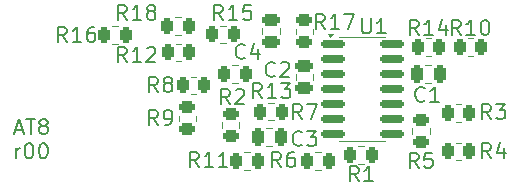
<source format=gto>
G04 #@! TF.GenerationSoftware,KiCad,Pcbnew,8.0.4*
G04 #@! TF.CreationDate,2024-08-16T15:34:14+02:00*
G04 #@! TF.ProjectId,AT8,4154382e-6b69-4636-9164-5f7063625858,00*
G04 #@! TF.SameCoordinates,Original*
G04 #@! TF.FileFunction,Legend,Top*
G04 #@! TF.FilePolarity,Positive*
%FSLAX46Y46*%
G04 Gerber Fmt 4.6, Leading zero omitted, Abs format (unit mm)*
G04 Created by KiCad (PCBNEW 8.0.4) date 2024-08-16 15:34:14*
%MOMM*%
%LPD*%
G01*
G04 APERTURE LIST*
G04 Aperture macros list*
%AMRoundRect*
0 Rectangle with rounded corners*
0 $1 Rounding radius*
0 $2 $3 $4 $5 $6 $7 $8 $9 X,Y pos of 4 corners*
0 Add a 4 corners polygon primitive as box body*
4,1,4,$2,$3,$4,$5,$6,$7,$8,$9,$2,$3,0*
0 Add four circle primitives for the rounded corners*
1,1,$1+$1,$2,$3*
1,1,$1+$1,$4,$5*
1,1,$1+$1,$6,$7*
1,1,$1+$1,$8,$9*
0 Add four rect primitives between the rounded corners*
20,1,$1+$1,$2,$3,$4,$5,0*
20,1,$1+$1,$4,$5,$6,$7,0*
20,1,$1+$1,$6,$7,$8,$9,0*
20,1,$1+$1,$8,$9,$2,$3,0*%
G04 Aperture macros list end*
%ADD10C,0.203200*%
%ADD11C,0.120000*%
%ADD12O,1.700000X1.700000*%
%ADD13R,1.700000X1.700000*%
%ADD14RoundRect,0.250000X-0.450000X0.262500X-0.450000X-0.262500X0.450000X-0.262500X0.450000X0.262500X0*%
%ADD15RoundRect,0.250000X-0.250000X-0.475000X0.250000X-0.475000X0.250000X0.475000X-0.250000X0.475000X0*%
%ADD16RoundRect,0.250000X0.262500X0.450000X-0.262500X0.450000X-0.262500X-0.450000X0.262500X-0.450000X0*%
%ADD17RoundRect,0.250000X-0.262500X-0.450000X0.262500X-0.450000X0.262500X0.450000X-0.262500X0.450000X0*%
%ADD18RoundRect,0.250000X0.250000X0.475000X-0.250000X0.475000X-0.250000X-0.475000X0.250000X-0.475000X0*%
%ADD19RoundRect,0.250000X0.450000X-0.262500X0.450000X0.262500X-0.450000X0.262500X-0.450000X-0.262500X0*%
%ADD20RoundRect,0.150000X-0.825000X-0.150000X0.825000X-0.150000X0.825000X0.150000X-0.825000X0.150000X0*%
%ADD21RoundRect,0.250000X0.475000X-0.250000X0.475000X0.250000X-0.475000X0.250000X-0.475000X-0.250000X0*%
G04 APERTURE END LIST*
D10*
X14357047Y-24284523D02*
X14961809Y-24284523D01*
X14236095Y-24647380D02*
X14659428Y-23377380D01*
X14659428Y-23377380D02*
X15082762Y-24647380D01*
X15324666Y-23377380D02*
X16050380Y-23377380D01*
X15687523Y-24647380D02*
X15687523Y-23377380D01*
X16655142Y-23921665D02*
X16534190Y-23861189D01*
X16534190Y-23861189D02*
X16473713Y-23800713D01*
X16473713Y-23800713D02*
X16413237Y-23679761D01*
X16413237Y-23679761D02*
X16413237Y-23619284D01*
X16413237Y-23619284D02*
X16473713Y-23498332D01*
X16473713Y-23498332D02*
X16534190Y-23437856D01*
X16534190Y-23437856D02*
X16655142Y-23377380D01*
X16655142Y-23377380D02*
X16897047Y-23377380D01*
X16897047Y-23377380D02*
X17017999Y-23437856D01*
X17017999Y-23437856D02*
X17078475Y-23498332D01*
X17078475Y-23498332D02*
X17138952Y-23619284D01*
X17138952Y-23619284D02*
X17138952Y-23679761D01*
X17138952Y-23679761D02*
X17078475Y-23800713D01*
X17078475Y-23800713D02*
X17017999Y-23861189D01*
X17017999Y-23861189D02*
X16897047Y-23921665D01*
X16897047Y-23921665D02*
X16655142Y-23921665D01*
X16655142Y-23921665D02*
X16534190Y-23982142D01*
X16534190Y-23982142D02*
X16473713Y-24042618D01*
X16473713Y-24042618D02*
X16413237Y-24163570D01*
X16413237Y-24163570D02*
X16413237Y-24405475D01*
X16413237Y-24405475D02*
X16473713Y-24526427D01*
X16473713Y-24526427D02*
X16534190Y-24586904D01*
X16534190Y-24586904D02*
X16655142Y-24647380D01*
X16655142Y-24647380D02*
X16897047Y-24647380D01*
X16897047Y-24647380D02*
X17017999Y-24586904D01*
X17017999Y-24586904D02*
X17078475Y-24526427D01*
X17078475Y-24526427D02*
X17138952Y-24405475D01*
X17138952Y-24405475D02*
X17138952Y-24163570D01*
X17138952Y-24163570D02*
X17078475Y-24042618D01*
X17078475Y-24042618D02*
X17017999Y-23982142D01*
X17017999Y-23982142D02*
X16897047Y-23921665D01*
X14447761Y-26692009D02*
X14447761Y-25845342D01*
X14447761Y-26087247D02*
X14508238Y-25966294D01*
X14508238Y-25966294D02*
X14568714Y-25905818D01*
X14568714Y-25905818D02*
X14689666Y-25845342D01*
X14689666Y-25845342D02*
X14810619Y-25845342D01*
X15475856Y-25422009D02*
X15596809Y-25422009D01*
X15596809Y-25422009D02*
X15717761Y-25482485D01*
X15717761Y-25482485D02*
X15778237Y-25542961D01*
X15778237Y-25542961D02*
X15838713Y-25663913D01*
X15838713Y-25663913D02*
X15899190Y-25905818D01*
X15899190Y-25905818D02*
X15899190Y-26208199D01*
X15899190Y-26208199D02*
X15838713Y-26450104D01*
X15838713Y-26450104D02*
X15778237Y-26571056D01*
X15778237Y-26571056D02*
X15717761Y-26631533D01*
X15717761Y-26631533D02*
X15596809Y-26692009D01*
X15596809Y-26692009D02*
X15475856Y-26692009D01*
X15475856Y-26692009D02*
X15354904Y-26631533D01*
X15354904Y-26631533D02*
X15294428Y-26571056D01*
X15294428Y-26571056D02*
X15233951Y-26450104D01*
X15233951Y-26450104D02*
X15173475Y-26208199D01*
X15173475Y-26208199D02*
X15173475Y-25905818D01*
X15173475Y-25905818D02*
X15233951Y-25663913D01*
X15233951Y-25663913D02*
X15294428Y-25542961D01*
X15294428Y-25542961D02*
X15354904Y-25482485D01*
X15354904Y-25482485D02*
X15475856Y-25422009D01*
X16685380Y-25422009D02*
X16806333Y-25422009D01*
X16806333Y-25422009D02*
X16927285Y-25482485D01*
X16927285Y-25482485D02*
X16987761Y-25542961D01*
X16987761Y-25542961D02*
X17048237Y-25663913D01*
X17048237Y-25663913D02*
X17108714Y-25905818D01*
X17108714Y-25905818D02*
X17108714Y-26208199D01*
X17108714Y-26208199D02*
X17048237Y-26450104D01*
X17048237Y-26450104D02*
X16987761Y-26571056D01*
X16987761Y-26571056D02*
X16927285Y-26631533D01*
X16927285Y-26631533D02*
X16806333Y-26692009D01*
X16806333Y-26692009D02*
X16685380Y-26692009D01*
X16685380Y-26692009D02*
X16564428Y-26631533D01*
X16564428Y-26631533D02*
X16503952Y-26571056D01*
X16503952Y-26571056D02*
X16443475Y-26450104D01*
X16443475Y-26450104D02*
X16382999Y-26208199D01*
X16382999Y-26208199D02*
X16382999Y-25905818D01*
X16382999Y-25905818D02*
X16443475Y-25663913D01*
X16443475Y-25663913D02*
X16503952Y-25542961D01*
X16503952Y-25542961D02*
X16564428Y-25482485D01*
X16564428Y-25482485D02*
X16685380Y-25422009D01*
X48530333Y-27500959D02*
X48106999Y-26896197D01*
X47804618Y-27500959D02*
X47804618Y-26230959D01*
X47804618Y-26230959D02*
X48288428Y-26230959D01*
X48288428Y-26230959D02*
X48409380Y-26291435D01*
X48409380Y-26291435D02*
X48469857Y-26351911D01*
X48469857Y-26351911D02*
X48530333Y-26472863D01*
X48530333Y-26472863D02*
X48530333Y-26654292D01*
X48530333Y-26654292D02*
X48469857Y-26775244D01*
X48469857Y-26775244D02*
X48409380Y-26835721D01*
X48409380Y-26835721D02*
X48288428Y-26896197D01*
X48288428Y-26896197D02*
X47804618Y-26896197D01*
X49679380Y-26230959D02*
X49074618Y-26230959D01*
X49074618Y-26230959D02*
X49014142Y-26835721D01*
X49014142Y-26835721D02*
X49074618Y-26775244D01*
X49074618Y-26775244D02*
X49195571Y-26714768D01*
X49195571Y-26714768D02*
X49497952Y-26714768D01*
X49497952Y-26714768D02*
X49618904Y-26775244D01*
X49618904Y-26775244D02*
X49679380Y-26835721D01*
X49679380Y-26835721D02*
X49739857Y-26956673D01*
X49739857Y-26956673D02*
X49739857Y-27259054D01*
X49739857Y-27259054D02*
X49679380Y-27380006D01*
X49679380Y-27380006D02*
X49618904Y-27440483D01*
X49618904Y-27440483D02*
X49497952Y-27500959D01*
X49497952Y-27500959D02*
X49195571Y-27500959D01*
X49195571Y-27500959D02*
X49074618Y-27440483D01*
X49074618Y-27440483D02*
X49014142Y-27380006D01*
X49038333Y-21792006D02*
X48977857Y-21852483D01*
X48977857Y-21852483D02*
X48796428Y-21912959D01*
X48796428Y-21912959D02*
X48675476Y-21912959D01*
X48675476Y-21912959D02*
X48494047Y-21852483D01*
X48494047Y-21852483D02*
X48373095Y-21731530D01*
X48373095Y-21731530D02*
X48312618Y-21610578D01*
X48312618Y-21610578D02*
X48252142Y-21368673D01*
X48252142Y-21368673D02*
X48252142Y-21187244D01*
X48252142Y-21187244D02*
X48312618Y-20945340D01*
X48312618Y-20945340D02*
X48373095Y-20824387D01*
X48373095Y-20824387D02*
X48494047Y-20703435D01*
X48494047Y-20703435D02*
X48675476Y-20642959D01*
X48675476Y-20642959D02*
X48796428Y-20642959D01*
X48796428Y-20642959D02*
X48977857Y-20703435D01*
X48977857Y-20703435D02*
X49038333Y-20763911D01*
X50247857Y-21912959D02*
X49522142Y-21912959D01*
X49884999Y-21912959D02*
X49884999Y-20642959D01*
X49884999Y-20642959D02*
X49764047Y-20824387D01*
X49764047Y-20824387D02*
X49643095Y-20945340D01*
X49643095Y-20945340D02*
X49522142Y-21005816D01*
X48537071Y-16258959D02*
X48113737Y-15654197D01*
X47811356Y-16258959D02*
X47811356Y-14988959D01*
X47811356Y-14988959D02*
X48295166Y-14988959D01*
X48295166Y-14988959D02*
X48416118Y-15049435D01*
X48416118Y-15049435D02*
X48476595Y-15109911D01*
X48476595Y-15109911D02*
X48537071Y-15230863D01*
X48537071Y-15230863D02*
X48537071Y-15412292D01*
X48537071Y-15412292D02*
X48476595Y-15533244D01*
X48476595Y-15533244D02*
X48416118Y-15593721D01*
X48416118Y-15593721D02*
X48295166Y-15654197D01*
X48295166Y-15654197D02*
X47811356Y-15654197D01*
X49746595Y-16258959D02*
X49020880Y-16258959D01*
X49383737Y-16258959D02*
X49383737Y-14988959D01*
X49383737Y-14988959D02*
X49262785Y-15170387D01*
X49262785Y-15170387D02*
X49141833Y-15291340D01*
X49141833Y-15291340D02*
X49020880Y-15351816D01*
X50835166Y-15412292D02*
X50835166Y-16258959D01*
X50532785Y-14928483D02*
X50230404Y-15835625D01*
X50230404Y-15835625D02*
X51016595Y-15835625D01*
X52093071Y-16258959D02*
X51669737Y-15654197D01*
X51367356Y-16258959D02*
X51367356Y-14988959D01*
X51367356Y-14988959D02*
X51851166Y-14988959D01*
X51851166Y-14988959D02*
X51972118Y-15049435D01*
X51972118Y-15049435D02*
X52032595Y-15109911D01*
X52032595Y-15109911D02*
X52093071Y-15230863D01*
X52093071Y-15230863D02*
X52093071Y-15412292D01*
X52093071Y-15412292D02*
X52032595Y-15533244D01*
X52032595Y-15533244D02*
X51972118Y-15593721D01*
X51972118Y-15593721D02*
X51851166Y-15654197D01*
X51851166Y-15654197D02*
X51367356Y-15654197D01*
X53302595Y-16258959D02*
X52576880Y-16258959D01*
X52939737Y-16258959D02*
X52939737Y-14988959D01*
X52939737Y-14988959D02*
X52818785Y-15170387D01*
X52818785Y-15170387D02*
X52697833Y-15291340D01*
X52697833Y-15291340D02*
X52576880Y-15351816D01*
X54088785Y-14988959D02*
X54209738Y-14988959D01*
X54209738Y-14988959D02*
X54330690Y-15049435D01*
X54330690Y-15049435D02*
X54391166Y-15109911D01*
X54391166Y-15109911D02*
X54451642Y-15230863D01*
X54451642Y-15230863D02*
X54512119Y-15472768D01*
X54512119Y-15472768D02*
X54512119Y-15775149D01*
X54512119Y-15775149D02*
X54451642Y-16017054D01*
X54451642Y-16017054D02*
X54391166Y-16138006D01*
X54391166Y-16138006D02*
X54330690Y-16198483D01*
X54330690Y-16198483D02*
X54209738Y-16258959D01*
X54209738Y-16258959D02*
X54088785Y-16258959D01*
X54088785Y-16258959D02*
X53967833Y-16198483D01*
X53967833Y-16198483D02*
X53907357Y-16138006D01*
X53907357Y-16138006D02*
X53846880Y-16017054D01*
X53846880Y-16017054D02*
X53786404Y-15775149D01*
X53786404Y-15775149D02*
X53786404Y-15472768D01*
X53786404Y-15472768D02*
X53846880Y-15230863D01*
X53846880Y-15230863D02*
X53907357Y-15109911D01*
X53907357Y-15109911D02*
X53967833Y-15049435D01*
X53967833Y-15049435D02*
X54088785Y-14988959D01*
X18741571Y-16832959D02*
X18318237Y-16228197D01*
X18015856Y-16832959D02*
X18015856Y-15562959D01*
X18015856Y-15562959D02*
X18499666Y-15562959D01*
X18499666Y-15562959D02*
X18620618Y-15623435D01*
X18620618Y-15623435D02*
X18681095Y-15683911D01*
X18681095Y-15683911D02*
X18741571Y-15804863D01*
X18741571Y-15804863D02*
X18741571Y-15986292D01*
X18741571Y-15986292D02*
X18681095Y-16107244D01*
X18681095Y-16107244D02*
X18620618Y-16167721D01*
X18620618Y-16167721D02*
X18499666Y-16228197D01*
X18499666Y-16228197D02*
X18015856Y-16228197D01*
X19951095Y-16832959D02*
X19225380Y-16832959D01*
X19588237Y-16832959D02*
X19588237Y-15562959D01*
X19588237Y-15562959D02*
X19467285Y-15744387D01*
X19467285Y-15744387D02*
X19346333Y-15865340D01*
X19346333Y-15865340D02*
X19225380Y-15925816D01*
X21039666Y-15562959D02*
X20797761Y-15562959D01*
X20797761Y-15562959D02*
X20676809Y-15623435D01*
X20676809Y-15623435D02*
X20616333Y-15683911D01*
X20616333Y-15683911D02*
X20495380Y-15865340D01*
X20495380Y-15865340D02*
X20434904Y-16107244D01*
X20434904Y-16107244D02*
X20434904Y-16591054D01*
X20434904Y-16591054D02*
X20495380Y-16712006D01*
X20495380Y-16712006D02*
X20555857Y-16772483D01*
X20555857Y-16772483D02*
X20676809Y-16832959D01*
X20676809Y-16832959D02*
X20918714Y-16832959D01*
X20918714Y-16832959D02*
X21039666Y-16772483D01*
X21039666Y-16772483D02*
X21100142Y-16712006D01*
X21100142Y-16712006D02*
X21160619Y-16591054D01*
X21160619Y-16591054D02*
X21160619Y-16288673D01*
X21160619Y-16288673D02*
X21100142Y-16167721D01*
X21100142Y-16167721D02*
X21039666Y-16107244D01*
X21039666Y-16107244D02*
X20918714Y-16046768D01*
X20918714Y-16046768D02*
X20676809Y-16046768D01*
X20676809Y-16046768D02*
X20555857Y-16107244D01*
X20555857Y-16107244D02*
X20495380Y-16167721D01*
X20495380Y-16167721D02*
X20434904Y-16288673D01*
X38650333Y-25536006D02*
X38589857Y-25596483D01*
X38589857Y-25596483D02*
X38408428Y-25656959D01*
X38408428Y-25656959D02*
X38287476Y-25656959D01*
X38287476Y-25656959D02*
X38106047Y-25596483D01*
X38106047Y-25596483D02*
X37985095Y-25475530D01*
X37985095Y-25475530D02*
X37924618Y-25354578D01*
X37924618Y-25354578D02*
X37864142Y-25112673D01*
X37864142Y-25112673D02*
X37864142Y-24931244D01*
X37864142Y-24931244D02*
X37924618Y-24689340D01*
X37924618Y-24689340D02*
X37985095Y-24568387D01*
X37985095Y-24568387D02*
X38106047Y-24447435D01*
X38106047Y-24447435D02*
X38287476Y-24386959D01*
X38287476Y-24386959D02*
X38408428Y-24386959D01*
X38408428Y-24386959D02*
X38589857Y-24447435D01*
X38589857Y-24447435D02*
X38650333Y-24507911D01*
X39073666Y-24386959D02*
X39859857Y-24386959D01*
X39859857Y-24386959D02*
X39436523Y-24870768D01*
X39436523Y-24870768D02*
X39617952Y-24870768D01*
X39617952Y-24870768D02*
X39738904Y-24931244D01*
X39738904Y-24931244D02*
X39799380Y-24991721D01*
X39799380Y-24991721D02*
X39859857Y-25112673D01*
X39859857Y-25112673D02*
X39859857Y-25415054D01*
X39859857Y-25415054D02*
X39799380Y-25536006D01*
X39799380Y-25536006D02*
X39738904Y-25596483D01*
X39738904Y-25596483D02*
X39617952Y-25656959D01*
X39617952Y-25656959D02*
X39255095Y-25656959D01*
X39255095Y-25656959D02*
X39134142Y-25596483D01*
X39134142Y-25596483D02*
X39073666Y-25536006D01*
X23821571Y-14988959D02*
X23398237Y-14384197D01*
X23095856Y-14988959D02*
X23095856Y-13718959D01*
X23095856Y-13718959D02*
X23579666Y-13718959D01*
X23579666Y-13718959D02*
X23700618Y-13779435D01*
X23700618Y-13779435D02*
X23761095Y-13839911D01*
X23761095Y-13839911D02*
X23821571Y-13960863D01*
X23821571Y-13960863D02*
X23821571Y-14142292D01*
X23821571Y-14142292D02*
X23761095Y-14263244D01*
X23761095Y-14263244D02*
X23700618Y-14323721D01*
X23700618Y-14323721D02*
X23579666Y-14384197D01*
X23579666Y-14384197D02*
X23095856Y-14384197D01*
X25031095Y-14988959D02*
X24305380Y-14988959D01*
X24668237Y-14988959D02*
X24668237Y-13718959D01*
X24668237Y-13718959D02*
X24547285Y-13900387D01*
X24547285Y-13900387D02*
X24426333Y-14021340D01*
X24426333Y-14021340D02*
X24305380Y-14081816D01*
X25756809Y-14263244D02*
X25635857Y-14202768D01*
X25635857Y-14202768D02*
X25575380Y-14142292D01*
X25575380Y-14142292D02*
X25514904Y-14021340D01*
X25514904Y-14021340D02*
X25514904Y-13960863D01*
X25514904Y-13960863D02*
X25575380Y-13839911D01*
X25575380Y-13839911D02*
X25635857Y-13779435D01*
X25635857Y-13779435D02*
X25756809Y-13718959D01*
X25756809Y-13718959D02*
X25998714Y-13718959D01*
X25998714Y-13718959D02*
X26119666Y-13779435D01*
X26119666Y-13779435D02*
X26180142Y-13839911D01*
X26180142Y-13839911D02*
X26240619Y-13960863D01*
X26240619Y-13960863D02*
X26240619Y-14021340D01*
X26240619Y-14021340D02*
X26180142Y-14142292D01*
X26180142Y-14142292D02*
X26119666Y-14202768D01*
X26119666Y-14202768D02*
X25998714Y-14263244D01*
X25998714Y-14263244D02*
X25756809Y-14263244D01*
X25756809Y-14263244D02*
X25635857Y-14323721D01*
X25635857Y-14323721D02*
X25575380Y-14384197D01*
X25575380Y-14384197D02*
X25514904Y-14505149D01*
X25514904Y-14505149D02*
X25514904Y-14747054D01*
X25514904Y-14747054D02*
X25575380Y-14868006D01*
X25575380Y-14868006D02*
X25635857Y-14928483D01*
X25635857Y-14928483D02*
X25756809Y-14988959D01*
X25756809Y-14988959D02*
X25998714Y-14988959D01*
X25998714Y-14988959D02*
X26119666Y-14928483D01*
X26119666Y-14928483D02*
X26180142Y-14868006D01*
X26180142Y-14868006D02*
X26240619Y-14747054D01*
X26240619Y-14747054D02*
X26240619Y-14505149D01*
X26240619Y-14505149D02*
X26180142Y-14384197D01*
X26180142Y-14384197D02*
X26119666Y-14323721D01*
X26119666Y-14323721D02*
X25998714Y-14263244D01*
X40585571Y-15750959D02*
X40162237Y-15146197D01*
X39859856Y-15750959D02*
X39859856Y-14480959D01*
X39859856Y-14480959D02*
X40343666Y-14480959D01*
X40343666Y-14480959D02*
X40464618Y-14541435D01*
X40464618Y-14541435D02*
X40525095Y-14601911D01*
X40525095Y-14601911D02*
X40585571Y-14722863D01*
X40585571Y-14722863D02*
X40585571Y-14904292D01*
X40585571Y-14904292D02*
X40525095Y-15025244D01*
X40525095Y-15025244D02*
X40464618Y-15085721D01*
X40464618Y-15085721D02*
X40343666Y-15146197D01*
X40343666Y-15146197D02*
X39859856Y-15146197D01*
X41795095Y-15750959D02*
X41069380Y-15750959D01*
X41432237Y-15750959D02*
X41432237Y-14480959D01*
X41432237Y-14480959D02*
X41311285Y-14662387D01*
X41311285Y-14662387D02*
X41190333Y-14783340D01*
X41190333Y-14783340D02*
X41069380Y-14843816D01*
X42218428Y-14480959D02*
X43065095Y-14480959D01*
X43065095Y-14480959D02*
X42520809Y-15750959D01*
X43736380Y-14854959D02*
X43736380Y-15883054D01*
X43736380Y-15883054D02*
X43796857Y-16004006D01*
X43796857Y-16004006D02*
X43857333Y-16064483D01*
X43857333Y-16064483D02*
X43978285Y-16124959D01*
X43978285Y-16124959D02*
X44220190Y-16124959D01*
X44220190Y-16124959D02*
X44341142Y-16064483D01*
X44341142Y-16064483D02*
X44401619Y-16004006D01*
X44401619Y-16004006D02*
X44462095Y-15883054D01*
X44462095Y-15883054D02*
X44462095Y-14854959D01*
X45732095Y-16124959D02*
X45006380Y-16124959D01*
X45369237Y-16124959D02*
X45369237Y-14854959D01*
X45369237Y-14854959D02*
X45248285Y-15036387D01*
X45248285Y-15036387D02*
X45127333Y-15157340D01*
X45127333Y-15157340D02*
X45006380Y-15217816D01*
X26458333Y-21084959D02*
X26034999Y-20480197D01*
X25732618Y-21084959D02*
X25732618Y-19814959D01*
X25732618Y-19814959D02*
X26216428Y-19814959D01*
X26216428Y-19814959D02*
X26337380Y-19875435D01*
X26337380Y-19875435D02*
X26397857Y-19935911D01*
X26397857Y-19935911D02*
X26458333Y-20056863D01*
X26458333Y-20056863D02*
X26458333Y-20238292D01*
X26458333Y-20238292D02*
X26397857Y-20359244D01*
X26397857Y-20359244D02*
X26337380Y-20419721D01*
X26337380Y-20419721D02*
X26216428Y-20480197D01*
X26216428Y-20480197D02*
X25732618Y-20480197D01*
X27184047Y-20359244D02*
X27063095Y-20298768D01*
X27063095Y-20298768D02*
X27002618Y-20238292D01*
X27002618Y-20238292D02*
X26942142Y-20117340D01*
X26942142Y-20117340D02*
X26942142Y-20056863D01*
X26942142Y-20056863D02*
X27002618Y-19935911D01*
X27002618Y-19935911D02*
X27063095Y-19875435D01*
X27063095Y-19875435D02*
X27184047Y-19814959D01*
X27184047Y-19814959D02*
X27425952Y-19814959D01*
X27425952Y-19814959D02*
X27546904Y-19875435D01*
X27546904Y-19875435D02*
X27607380Y-19935911D01*
X27607380Y-19935911D02*
X27667857Y-20056863D01*
X27667857Y-20056863D02*
X27667857Y-20117340D01*
X27667857Y-20117340D02*
X27607380Y-20238292D01*
X27607380Y-20238292D02*
X27546904Y-20298768D01*
X27546904Y-20298768D02*
X27425952Y-20359244D01*
X27425952Y-20359244D02*
X27184047Y-20359244D01*
X27184047Y-20359244D02*
X27063095Y-20419721D01*
X27063095Y-20419721D02*
X27002618Y-20480197D01*
X27002618Y-20480197D02*
X26942142Y-20601149D01*
X26942142Y-20601149D02*
X26942142Y-20843054D01*
X26942142Y-20843054D02*
X27002618Y-20964006D01*
X27002618Y-20964006D02*
X27063095Y-21024483D01*
X27063095Y-21024483D02*
X27184047Y-21084959D01*
X27184047Y-21084959D02*
X27425952Y-21084959D01*
X27425952Y-21084959D02*
X27546904Y-21024483D01*
X27546904Y-21024483D02*
X27607380Y-20964006D01*
X27607380Y-20964006D02*
X27667857Y-20843054D01*
X27667857Y-20843054D02*
X27667857Y-20601149D01*
X27667857Y-20601149D02*
X27607380Y-20480197D01*
X27607380Y-20480197D02*
X27546904Y-20419721D01*
X27546904Y-20419721D02*
X27425952Y-20359244D01*
X38650333Y-23370959D02*
X38226999Y-22766197D01*
X37924618Y-23370959D02*
X37924618Y-22100959D01*
X37924618Y-22100959D02*
X38408428Y-22100959D01*
X38408428Y-22100959D02*
X38529380Y-22161435D01*
X38529380Y-22161435D02*
X38589857Y-22221911D01*
X38589857Y-22221911D02*
X38650333Y-22342863D01*
X38650333Y-22342863D02*
X38650333Y-22524292D01*
X38650333Y-22524292D02*
X38589857Y-22645244D01*
X38589857Y-22645244D02*
X38529380Y-22705721D01*
X38529380Y-22705721D02*
X38408428Y-22766197D01*
X38408428Y-22766197D02*
X37924618Y-22766197D01*
X39073666Y-22100959D02*
X39920333Y-22100959D01*
X39920333Y-22100959D02*
X39376047Y-23370959D01*
X54652333Y-23370959D02*
X54228999Y-22766197D01*
X53926618Y-23370959D02*
X53926618Y-22100959D01*
X53926618Y-22100959D02*
X54410428Y-22100959D01*
X54410428Y-22100959D02*
X54531380Y-22161435D01*
X54531380Y-22161435D02*
X54591857Y-22221911D01*
X54591857Y-22221911D02*
X54652333Y-22342863D01*
X54652333Y-22342863D02*
X54652333Y-22524292D01*
X54652333Y-22524292D02*
X54591857Y-22645244D01*
X54591857Y-22645244D02*
X54531380Y-22705721D01*
X54531380Y-22705721D02*
X54410428Y-22766197D01*
X54410428Y-22766197D02*
X53926618Y-22766197D01*
X55075666Y-22100959D02*
X55861857Y-22100959D01*
X55861857Y-22100959D02*
X55438523Y-22584768D01*
X55438523Y-22584768D02*
X55619952Y-22584768D01*
X55619952Y-22584768D02*
X55740904Y-22645244D01*
X55740904Y-22645244D02*
X55801380Y-22705721D01*
X55801380Y-22705721D02*
X55861857Y-22826673D01*
X55861857Y-22826673D02*
X55861857Y-23129054D01*
X55861857Y-23129054D02*
X55801380Y-23250006D01*
X55801380Y-23250006D02*
X55740904Y-23310483D01*
X55740904Y-23310483D02*
X55619952Y-23370959D01*
X55619952Y-23370959D02*
X55257095Y-23370959D01*
X55257095Y-23370959D02*
X55136142Y-23310483D01*
X55136142Y-23310483D02*
X55075666Y-23250006D01*
X31949571Y-14988959D02*
X31526237Y-14384197D01*
X31223856Y-14988959D02*
X31223856Y-13718959D01*
X31223856Y-13718959D02*
X31707666Y-13718959D01*
X31707666Y-13718959D02*
X31828618Y-13779435D01*
X31828618Y-13779435D02*
X31889095Y-13839911D01*
X31889095Y-13839911D02*
X31949571Y-13960863D01*
X31949571Y-13960863D02*
X31949571Y-14142292D01*
X31949571Y-14142292D02*
X31889095Y-14263244D01*
X31889095Y-14263244D02*
X31828618Y-14323721D01*
X31828618Y-14323721D02*
X31707666Y-14384197D01*
X31707666Y-14384197D02*
X31223856Y-14384197D01*
X33159095Y-14988959D02*
X32433380Y-14988959D01*
X32796237Y-14988959D02*
X32796237Y-13718959D01*
X32796237Y-13718959D02*
X32675285Y-13900387D01*
X32675285Y-13900387D02*
X32554333Y-14021340D01*
X32554333Y-14021340D02*
X32433380Y-14081816D01*
X34308142Y-13718959D02*
X33703380Y-13718959D01*
X33703380Y-13718959D02*
X33642904Y-14323721D01*
X33642904Y-14323721D02*
X33703380Y-14263244D01*
X33703380Y-14263244D02*
X33824333Y-14202768D01*
X33824333Y-14202768D02*
X34126714Y-14202768D01*
X34126714Y-14202768D02*
X34247666Y-14263244D01*
X34247666Y-14263244D02*
X34308142Y-14323721D01*
X34308142Y-14323721D02*
X34368619Y-14444673D01*
X34368619Y-14444673D02*
X34368619Y-14747054D01*
X34368619Y-14747054D02*
X34308142Y-14868006D01*
X34308142Y-14868006D02*
X34247666Y-14928483D01*
X34247666Y-14928483D02*
X34126714Y-14988959D01*
X34126714Y-14988959D02*
X33824333Y-14988959D01*
X33824333Y-14988959D02*
X33703380Y-14928483D01*
X33703380Y-14928483D02*
X33642904Y-14868006D01*
X23821571Y-18544959D02*
X23398237Y-17940197D01*
X23095856Y-18544959D02*
X23095856Y-17274959D01*
X23095856Y-17274959D02*
X23579666Y-17274959D01*
X23579666Y-17274959D02*
X23700618Y-17335435D01*
X23700618Y-17335435D02*
X23761095Y-17395911D01*
X23761095Y-17395911D02*
X23821571Y-17516863D01*
X23821571Y-17516863D02*
X23821571Y-17698292D01*
X23821571Y-17698292D02*
X23761095Y-17819244D01*
X23761095Y-17819244D02*
X23700618Y-17879721D01*
X23700618Y-17879721D02*
X23579666Y-17940197D01*
X23579666Y-17940197D02*
X23095856Y-17940197D01*
X25031095Y-18544959D02*
X24305380Y-18544959D01*
X24668237Y-18544959D02*
X24668237Y-17274959D01*
X24668237Y-17274959D02*
X24547285Y-17456387D01*
X24547285Y-17456387D02*
X24426333Y-17577340D01*
X24426333Y-17577340D02*
X24305380Y-17637816D01*
X25514904Y-17395911D02*
X25575380Y-17335435D01*
X25575380Y-17335435D02*
X25696333Y-17274959D01*
X25696333Y-17274959D02*
X25998714Y-17274959D01*
X25998714Y-17274959D02*
X26119666Y-17335435D01*
X26119666Y-17335435D02*
X26180142Y-17395911D01*
X26180142Y-17395911D02*
X26240619Y-17516863D01*
X26240619Y-17516863D02*
X26240619Y-17637816D01*
X26240619Y-17637816D02*
X26180142Y-17819244D01*
X26180142Y-17819244D02*
X25454428Y-18544959D01*
X25454428Y-18544959D02*
X26240619Y-18544959D01*
X36872333Y-27434959D02*
X36448999Y-26830197D01*
X36146618Y-27434959D02*
X36146618Y-26164959D01*
X36146618Y-26164959D02*
X36630428Y-26164959D01*
X36630428Y-26164959D02*
X36751380Y-26225435D01*
X36751380Y-26225435D02*
X36811857Y-26285911D01*
X36811857Y-26285911D02*
X36872333Y-26406863D01*
X36872333Y-26406863D02*
X36872333Y-26588292D01*
X36872333Y-26588292D02*
X36811857Y-26709244D01*
X36811857Y-26709244D02*
X36751380Y-26769721D01*
X36751380Y-26769721D02*
X36630428Y-26830197D01*
X36630428Y-26830197D02*
X36146618Y-26830197D01*
X37960904Y-26164959D02*
X37718999Y-26164959D01*
X37718999Y-26164959D02*
X37598047Y-26225435D01*
X37598047Y-26225435D02*
X37537571Y-26285911D01*
X37537571Y-26285911D02*
X37416618Y-26467340D01*
X37416618Y-26467340D02*
X37356142Y-26709244D01*
X37356142Y-26709244D02*
X37356142Y-27193054D01*
X37356142Y-27193054D02*
X37416618Y-27314006D01*
X37416618Y-27314006D02*
X37477095Y-27374483D01*
X37477095Y-27374483D02*
X37598047Y-27434959D01*
X37598047Y-27434959D02*
X37839952Y-27434959D01*
X37839952Y-27434959D02*
X37960904Y-27374483D01*
X37960904Y-27374483D02*
X38021380Y-27314006D01*
X38021380Y-27314006D02*
X38081857Y-27193054D01*
X38081857Y-27193054D02*
X38081857Y-26890673D01*
X38081857Y-26890673D02*
X38021380Y-26769721D01*
X38021380Y-26769721D02*
X37960904Y-26709244D01*
X37960904Y-26709244D02*
X37839952Y-26648768D01*
X37839952Y-26648768D02*
X37598047Y-26648768D01*
X37598047Y-26648768D02*
X37477095Y-26709244D01*
X37477095Y-26709244D02*
X37416618Y-26769721D01*
X37416618Y-26769721D02*
X37356142Y-26890673D01*
X29917571Y-27434959D02*
X29494237Y-26830197D01*
X29191856Y-27434959D02*
X29191856Y-26164959D01*
X29191856Y-26164959D02*
X29675666Y-26164959D01*
X29675666Y-26164959D02*
X29796618Y-26225435D01*
X29796618Y-26225435D02*
X29857095Y-26285911D01*
X29857095Y-26285911D02*
X29917571Y-26406863D01*
X29917571Y-26406863D02*
X29917571Y-26588292D01*
X29917571Y-26588292D02*
X29857095Y-26709244D01*
X29857095Y-26709244D02*
X29796618Y-26769721D01*
X29796618Y-26769721D02*
X29675666Y-26830197D01*
X29675666Y-26830197D02*
X29191856Y-26830197D01*
X31127095Y-27434959D02*
X30401380Y-27434959D01*
X30764237Y-27434959D02*
X30764237Y-26164959D01*
X30764237Y-26164959D02*
X30643285Y-26346387D01*
X30643285Y-26346387D02*
X30522333Y-26467340D01*
X30522333Y-26467340D02*
X30401380Y-26527816D01*
X32336619Y-27434959D02*
X31610904Y-27434959D01*
X31973761Y-27434959D02*
X31973761Y-26164959D01*
X31973761Y-26164959D02*
X31852809Y-26346387D01*
X31852809Y-26346387D02*
X31731857Y-26467340D01*
X31731857Y-26467340D02*
X31610904Y-26527816D01*
X54652333Y-26672959D02*
X54228999Y-26068197D01*
X53926618Y-26672959D02*
X53926618Y-25402959D01*
X53926618Y-25402959D02*
X54410428Y-25402959D01*
X54410428Y-25402959D02*
X54531380Y-25463435D01*
X54531380Y-25463435D02*
X54591857Y-25523911D01*
X54591857Y-25523911D02*
X54652333Y-25644863D01*
X54652333Y-25644863D02*
X54652333Y-25826292D01*
X54652333Y-25826292D02*
X54591857Y-25947244D01*
X54591857Y-25947244D02*
X54531380Y-26007721D01*
X54531380Y-26007721D02*
X54410428Y-26068197D01*
X54410428Y-26068197D02*
X53926618Y-26068197D01*
X55740904Y-25826292D02*
X55740904Y-26672959D01*
X55438523Y-25342483D02*
X55136142Y-26249625D01*
X55136142Y-26249625D02*
X55922333Y-26249625D01*
X32554333Y-22100959D02*
X32130999Y-21496197D01*
X31828618Y-22100959D02*
X31828618Y-20830959D01*
X31828618Y-20830959D02*
X32312428Y-20830959D01*
X32312428Y-20830959D02*
X32433380Y-20891435D01*
X32433380Y-20891435D02*
X32493857Y-20951911D01*
X32493857Y-20951911D02*
X32554333Y-21072863D01*
X32554333Y-21072863D02*
X32554333Y-21254292D01*
X32554333Y-21254292D02*
X32493857Y-21375244D01*
X32493857Y-21375244D02*
X32433380Y-21435721D01*
X32433380Y-21435721D02*
X32312428Y-21496197D01*
X32312428Y-21496197D02*
X31828618Y-21496197D01*
X33038142Y-20951911D02*
X33098618Y-20891435D01*
X33098618Y-20891435D02*
X33219571Y-20830959D01*
X33219571Y-20830959D02*
X33521952Y-20830959D01*
X33521952Y-20830959D02*
X33642904Y-20891435D01*
X33642904Y-20891435D02*
X33703380Y-20951911D01*
X33703380Y-20951911D02*
X33763857Y-21072863D01*
X33763857Y-21072863D02*
X33763857Y-21193816D01*
X33763857Y-21193816D02*
X33703380Y-21375244D01*
X33703380Y-21375244D02*
X32977666Y-22100959D01*
X32977666Y-22100959D02*
X33763857Y-22100959D01*
X33824333Y-18170006D02*
X33763857Y-18230483D01*
X33763857Y-18230483D02*
X33582428Y-18290959D01*
X33582428Y-18290959D02*
X33461476Y-18290959D01*
X33461476Y-18290959D02*
X33280047Y-18230483D01*
X33280047Y-18230483D02*
X33159095Y-18109530D01*
X33159095Y-18109530D02*
X33098618Y-17988578D01*
X33098618Y-17988578D02*
X33038142Y-17746673D01*
X33038142Y-17746673D02*
X33038142Y-17565244D01*
X33038142Y-17565244D02*
X33098618Y-17323340D01*
X33098618Y-17323340D02*
X33159095Y-17202387D01*
X33159095Y-17202387D02*
X33280047Y-17081435D01*
X33280047Y-17081435D02*
X33461476Y-17020959D01*
X33461476Y-17020959D02*
X33582428Y-17020959D01*
X33582428Y-17020959D02*
X33763857Y-17081435D01*
X33763857Y-17081435D02*
X33824333Y-17141911D01*
X34912904Y-17444292D02*
X34912904Y-18290959D01*
X34610523Y-16960483D02*
X34308142Y-17867625D01*
X34308142Y-17867625D02*
X35094333Y-17867625D01*
X43450333Y-28642959D02*
X43026999Y-28038197D01*
X42724618Y-28642959D02*
X42724618Y-27372959D01*
X42724618Y-27372959D02*
X43208428Y-27372959D01*
X43208428Y-27372959D02*
X43329380Y-27433435D01*
X43329380Y-27433435D02*
X43389857Y-27493911D01*
X43389857Y-27493911D02*
X43450333Y-27614863D01*
X43450333Y-27614863D02*
X43450333Y-27796292D01*
X43450333Y-27796292D02*
X43389857Y-27917244D01*
X43389857Y-27917244D02*
X43329380Y-27977721D01*
X43329380Y-27977721D02*
X43208428Y-28038197D01*
X43208428Y-28038197D02*
X42724618Y-28038197D01*
X44659857Y-28642959D02*
X43934142Y-28642959D01*
X44296999Y-28642959D02*
X44296999Y-27372959D01*
X44296999Y-27372959D02*
X44176047Y-27554387D01*
X44176047Y-27554387D02*
X44055095Y-27675340D01*
X44055095Y-27675340D02*
X43934142Y-27735816D01*
X26458333Y-23878959D02*
X26034999Y-23274197D01*
X25732618Y-23878959D02*
X25732618Y-22608959D01*
X25732618Y-22608959D02*
X26216428Y-22608959D01*
X26216428Y-22608959D02*
X26337380Y-22669435D01*
X26337380Y-22669435D02*
X26397857Y-22729911D01*
X26397857Y-22729911D02*
X26458333Y-22850863D01*
X26458333Y-22850863D02*
X26458333Y-23032292D01*
X26458333Y-23032292D02*
X26397857Y-23153244D01*
X26397857Y-23153244D02*
X26337380Y-23213721D01*
X26337380Y-23213721D02*
X26216428Y-23274197D01*
X26216428Y-23274197D02*
X25732618Y-23274197D01*
X27063095Y-23878959D02*
X27304999Y-23878959D01*
X27304999Y-23878959D02*
X27425952Y-23818483D01*
X27425952Y-23818483D02*
X27486428Y-23758006D01*
X27486428Y-23758006D02*
X27607380Y-23576578D01*
X27607380Y-23576578D02*
X27667857Y-23334673D01*
X27667857Y-23334673D02*
X27667857Y-22850863D01*
X27667857Y-22850863D02*
X27607380Y-22729911D01*
X27607380Y-22729911D02*
X27546904Y-22669435D01*
X27546904Y-22669435D02*
X27425952Y-22608959D01*
X27425952Y-22608959D02*
X27184047Y-22608959D01*
X27184047Y-22608959D02*
X27063095Y-22669435D01*
X27063095Y-22669435D02*
X27002618Y-22729911D01*
X27002618Y-22729911D02*
X26942142Y-22850863D01*
X26942142Y-22850863D02*
X26942142Y-23153244D01*
X26942142Y-23153244D02*
X27002618Y-23274197D01*
X27002618Y-23274197D02*
X27063095Y-23334673D01*
X27063095Y-23334673D02*
X27184047Y-23395149D01*
X27184047Y-23395149D02*
X27425952Y-23395149D01*
X27425952Y-23395149D02*
X27546904Y-23334673D01*
X27546904Y-23334673D02*
X27607380Y-23274197D01*
X27607380Y-23274197D02*
X27667857Y-23153244D01*
X36364333Y-19694006D02*
X36303857Y-19754483D01*
X36303857Y-19754483D02*
X36122428Y-19814959D01*
X36122428Y-19814959D02*
X36001476Y-19814959D01*
X36001476Y-19814959D02*
X35820047Y-19754483D01*
X35820047Y-19754483D02*
X35699095Y-19633530D01*
X35699095Y-19633530D02*
X35638618Y-19512578D01*
X35638618Y-19512578D02*
X35578142Y-19270673D01*
X35578142Y-19270673D02*
X35578142Y-19089244D01*
X35578142Y-19089244D02*
X35638618Y-18847340D01*
X35638618Y-18847340D02*
X35699095Y-18726387D01*
X35699095Y-18726387D02*
X35820047Y-18605435D01*
X35820047Y-18605435D02*
X36001476Y-18544959D01*
X36001476Y-18544959D02*
X36122428Y-18544959D01*
X36122428Y-18544959D02*
X36303857Y-18605435D01*
X36303857Y-18605435D02*
X36364333Y-18665911D01*
X36848142Y-18665911D02*
X36908618Y-18605435D01*
X36908618Y-18605435D02*
X37029571Y-18544959D01*
X37029571Y-18544959D02*
X37331952Y-18544959D01*
X37331952Y-18544959D02*
X37452904Y-18605435D01*
X37452904Y-18605435D02*
X37513380Y-18665911D01*
X37513380Y-18665911D02*
X37573857Y-18786863D01*
X37573857Y-18786863D02*
X37573857Y-18907816D01*
X37573857Y-18907816D02*
X37513380Y-19089244D01*
X37513380Y-19089244D02*
X36787666Y-19814959D01*
X36787666Y-19814959D02*
X37573857Y-19814959D01*
X35251571Y-21592959D02*
X34828237Y-20988197D01*
X34525856Y-21592959D02*
X34525856Y-20322959D01*
X34525856Y-20322959D02*
X35009666Y-20322959D01*
X35009666Y-20322959D02*
X35130618Y-20383435D01*
X35130618Y-20383435D02*
X35191095Y-20443911D01*
X35191095Y-20443911D02*
X35251571Y-20564863D01*
X35251571Y-20564863D02*
X35251571Y-20746292D01*
X35251571Y-20746292D02*
X35191095Y-20867244D01*
X35191095Y-20867244D02*
X35130618Y-20927721D01*
X35130618Y-20927721D02*
X35009666Y-20988197D01*
X35009666Y-20988197D02*
X34525856Y-20988197D01*
X36461095Y-21592959D02*
X35735380Y-21592959D01*
X36098237Y-21592959D02*
X36098237Y-20322959D01*
X36098237Y-20322959D02*
X35977285Y-20504387D01*
X35977285Y-20504387D02*
X35856333Y-20625340D01*
X35856333Y-20625340D02*
X35735380Y-20685816D01*
X36884428Y-20322959D02*
X37670619Y-20322959D01*
X37670619Y-20322959D02*
X37247285Y-20806768D01*
X37247285Y-20806768D02*
X37428714Y-20806768D01*
X37428714Y-20806768D02*
X37549666Y-20867244D01*
X37549666Y-20867244D02*
X37610142Y-20927721D01*
X37610142Y-20927721D02*
X37670619Y-21048673D01*
X37670619Y-21048673D02*
X37670619Y-21351054D01*
X37670619Y-21351054D02*
X37610142Y-21472006D01*
X37610142Y-21472006D02*
X37549666Y-21532483D01*
X37549666Y-21532483D02*
X37428714Y-21592959D01*
X37428714Y-21592959D02*
X37065857Y-21592959D01*
X37065857Y-21592959D02*
X36944904Y-21532483D01*
X36944904Y-21532483D02*
X36884428Y-21472006D01*
D11*
X48007000Y-24156936D02*
X48007000Y-24611064D01*
X49477000Y-24156936D02*
X49477000Y-24611064D01*
X49092248Y-18823000D02*
X49614752Y-18823000D01*
X49092248Y-20293000D02*
X49614752Y-20293000D01*
X49580564Y-16537000D02*
X49126436Y-16537000D01*
X49580564Y-18007000D02*
X49126436Y-18007000D01*
X53136564Y-16537000D02*
X52682436Y-16537000D01*
X53136564Y-18007000D02*
X52682436Y-18007000D01*
X22606936Y-15521000D02*
X23061064Y-15521000D01*
X22606936Y-16991000D02*
X23061064Y-16991000D01*
X36152752Y-24157000D02*
X35630248Y-24157000D01*
X36152752Y-25627000D02*
X35630248Y-25627000D01*
X27940936Y-14759000D02*
X28395064Y-14759000D01*
X27940936Y-16229000D02*
X28395064Y-16229000D01*
X38127000Y-16163064D02*
X38127000Y-15708936D01*
X39597000Y-16163064D02*
X39597000Y-15708936D01*
X43765500Y-16393000D02*
X41815500Y-16393000D01*
X43765500Y-16393000D02*
X45715500Y-16393000D01*
X43765500Y-25263000D02*
X41815500Y-25263000D01*
X43765500Y-25263000D02*
X45715500Y-25263000D01*
X41065500Y-16458000D02*
X40825500Y-16128000D01*
X41305500Y-16128000D01*
X41065500Y-16458000D01*
G36*
X41065500Y-16458000D02*
G01*
X40825500Y-16128000D01*
X41305500Y-16128000D01*
X41065500Y-16458000D01*
G37*
X29236936Y-19773000D02*
X29691064Y-19773000D01*
X29236936Y-21243000D02*
X29691064Y-21243000D01*
X36269064Y-21998000D02*
X35814936Y-21998000D01*
X36269064Y-23468000D02*
X35814936Y-23468000D01*
X52120564Y-22125000D02*
X51666436Y-22125000D01*
X52120564Y-23595000D02*
X51666436Y-23595000D01*
X32205064Y-15455000D02*
X31750936Y-15455000D01*
X32205064Y-16925000D02*
X31750936Y-16925000D01*
X27966936Y-16979000D02*
X28421064Y-16979000D01*
X27966936Y-18449000D02*
X28421064Y-18449000D01*
X39775436Y-26189000D02*
X40229564Y-26189000D01*
X39775436Y-27659000D02*
X40229564Y-27659000D01*
X33782936Y-26189000D02*
X34237064Y-26189000D01*
X33782936Y-27659000D02*
X34237064Y-27659000D01*
X51666436Y-25361000D02*
X52120564Y-25361000D01*
X51666436Y-26831000D02*
X52120564Y-26831000D01*
X31878000Y-23648936D02*
X31878000Y-24103064D01*
X33348000Y-23648936D02*
X33348000Y-24103064D01*
X35307000Y-16197252D02*
X35307000Y-15674748D01*
X36777000Y-16197252D02*
X36777000Y-15674748D01*
X43889064Y-25681000D02*
X43434936Y-25681000D01*
X43889064Y-27151000D02*
X43434936Y-27151000D01*
X28221000Y-23074936D02*
X28221000Y-23529064D01*
X29691000Y-23074936D02*
X29691000Y-23529064D01*
X38127000Y-20073252D02*
X38127000Y-19550748D01*
X39597000Y-20073252D02*
X39597000Y-19550748D01*
X33221064Y-18823000D02*
X32766936Y-18823000D01*
X33221064Y-20293000D02*
X32766936Y-20293000D01*
%LPC*%
D12*
X54330000Y-29972000D03*
X51790000Y-29972000D03*
X49250000Y-29972000D03*
X46710000Y-29972000D03*
X44170000Y-29972000D03*
X41630000Y-29972000D03*
X39090000Y-29972000D03*
X36550000Y-29972000D03*
X34010000Y-29972000D03*
X31470000Y-29972000D03*
X28930000Y-29972000D03*
X26390000Y-29972000D03*
X23850000Y-29972000D03*
X21310000Y-29972000D03*
X18770000Y-29972000D03*
D13*
X16230000Y-29972000D03*
D14*
X48742000Y-23471500D03*
X48742000Y-25296500D03*
D15*
X48403500Y-19558000D03*
X50303500Y-19558000D03*
D16*
X50266000Y-17272000D03*
X48441000Y-17272000D03*
X53822000Y-17272000D03*
X51997000Y-17272000D03*
D17*
X21921500Y-16256000D03*
X23746500Y-16256000D03*
D18*
X36841500Y-24892000D03*
X34941500Y-24892000D03*
D17*
X27255500Y-15494000D03*
X29080500Y-15494000D03*
D19*
X38862000Y-16848500D03*
X38862000Y-15023500D03*
D20*
X41290500Y-17018000D03*
X41290500Y-18288000D03*
X41290500Y-19558000D03*
X41290500Y-20828000D03*
X41290500Y-22098000D03*
X41290500Y-23368000D03*
X41290500Y-24638000D03*
X46240500Y-24638000D03*
X46240500Y-23368000D03*
X46240500Y-22098000D03*
X46240500Y-20828000D03*
X46240500Y-19558000D03*
X46240500Y-18288000D03*
X46240500Y-17018000D03*
D17*
X28551500Y-20508000D03*
X30376500Y-20508000D03*
D16*
X36954500Y-22733000D03*
X35129500Y-22733000D03*
X52806000Y-22860000D03*
X50981000Y-22860000D03*
X32890500Y-16190000D03*
X31065500Y-16190000D03*
D17*
X27281500Y-17714000D03*
X29106500Y-17714000D03*
X39090000Y-26924000D03*
X40915000Y-26924000D03*
X33097500Y-26924000D03*
X34922500Y-26924000D03*
X50981000Y-26096000D03*
X52806000Y-26096000D03*
D14*
X32613000Y-22963500D03*
X32613000Y-24788500D03*
D21*
X36042000Y-16886000D03*
X36042000Y-14986000D03*
D16*
X44574500Y-26416000D03*
X42749500Y-26416000D03*
D14*
X28956000Y-22389500D03*
X28956000Y-24214500D03*
D21*
X38862000Y-20762000D03*
X38862000Y-18862000D03*
D16*
X33906500Y-19558000D03*
X32081500Y-19558000D03*
%LPD*%
M02*

</source>
